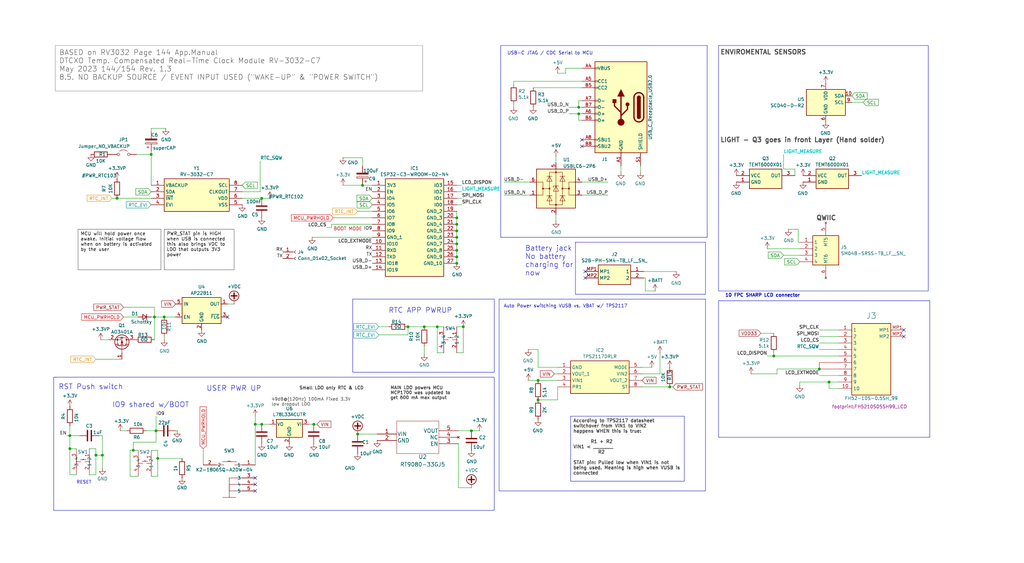
<source format=kicad_sch>
(kicad_sch (version 20231120) (generator "eeschema") (generator_version "8.0")
  (paper "User" 400 220)
  (title_block (title "Ultra low consumption all OFF") (date "2025-03-12") (rev "1.0") (company "FASANI CORP.") (comment 1 "BASED on RV3032 Page 144 App.Manual"))
  (junction (at 261.62 151.13))
  (junction (at 102.235 77.47))
  (junction (at 122.555 165.735))
  (junction (at 165.735 127.635))
  (junction (at 40.005 177.8))
  (junction (at 60.96 168.275))
  (junction (at 323.85 149.225))
  (junction (at 61.595 179.07))
  (junction (at 27.305 170.18))
  (junction (at 141.605 72.39))
  (junction (at 178.435 100.33))
  (junction (at 170.815 127.635))
  (junction (at 52.07 175.895))
  (junction (at 99.695 165.735))
  (junction (at 27.305 175.26))
  (junction (at 302.26 139.065))
  (junction (at 320.04 144.145))
  (junction (at 226.06 41.91))
  (junction (at 37.465 177.8))
  (junction (at 210.185 156.21))
  (junction (at 102.235 165.735))
  (junction (at 178.435 97.79))
  (junction (at 226.06 44.45))
  (junction (at 180.975 127.635))
  (junction (at 178.435 85.09))
  (junction (at 45.72 77.47))
  (junction (at 184.15 168.275))
  (junction (at 178.435 87.63))
  (junction (at 178.435 102.87))
  (junction (at 59.055 60.325))
  (junction (at 178.435 90.17))
  (junction (at 159.385 127.635))
  (junction (at 139.7 169.545))
  (junction (at 64.135 123.825))
  (junction (at 178.435 92.71))
  (junction (at 60.325 123.825))
  (junction (at 210.185 148.59))
  (junction (at 178.435 95.25))
  (no_connect (at 99.695 186.69))
  (no_connect (at 88.9 123.825))
  (no_connect (at 227.33 57.15))
  (no_connect (at 228.6 108.585))
  (no_connect (at 99.695 189.23))
  (no_connect (at 227.33 54.61))
  (no_connect (at 99.695 191.77))
  (no_connect (at 228.6 106.045))
  (no_connect (at 353.06 128.905))
  (no_connect (at 353.06 131.445))
  (wire (pts (xy 210.185 156.21) (xy 217.805 156.21)))
  (wire (pts (xy 178.435 82.55) (xy 178.435 85.09)))
  (wire (pts (xy 323.85 151.765) (xy 323.85 149.225)))
  (wire (pts (xy 320.04 136.525) (xy 327.66 136.525)))
  (wire (pts (xy 222.25 44.45) (xy 226.06 44.45)))
  (wire (pts (xy 37.465 177.8) (xy 37.465 185.42)))
  (wire (pts (xy 252.095 108.585) (xy 251.46 108.585)))
  (wire (pts (xy 227.33 31.75) (xy 200.66 31.75)))
  (wire (pts (xy 53.975 123.825) (xy 48.26 123.825)))
  (wire (pts (xy 178.435 137.795) (xy 180.975 137.795)))
  (wire (pts (xy 196.85 76.2) (xy 207.01 76.2)))
  (wire (pts (xy 53.34 60.325) (xy 59.055 60.325)))
  (wire (pts (xy 123.825 165.735) (xy 122.555 165.735)))
  (wire (pts (xy 37.465 140.335) (xy 47.625 140.335)))
  (wire (pts (xy 101.6 74.93) (xy 94.615 74.93)))
  (wire (pts (xy 210.185 136.525) (xy 210.185 143.51)))
  (wire (pts (xy 257.81 146.05) (xy 250.825 146.05)))
  (polyline (pts (xy 275.59 94.615) (xy 275.59 114.935)))
  (wire (pts (xy 60.96 168.275) (xy 60.96 162.56)))
  (wire (pts (xy 27.305 170.18) (xy 27.305 175.26)))
  (wire (pts (xy 60.325 132.715) (xy 60.325 123.825)))
  (wire (pts (xy 99.695 165.735) (xy 99.695 181.61)))
  (wire (pts (xy 320.04 141.605) (xy 327.66 141.605)) (stroke (width 0) (color 194 0 0 1)))
  (polyline (pts (xy 224.79 94.615) (xy 224.79 114.935)))
  (wire (pts (xy 178.435 90.17) (xy 178.435 92.71)))
  (wire (pts (xy 139.7 169.545) (xy 147.32 169.545)))
  (wire (pts (xy 105.41 77.47) (xy 102.235 77.47)))
  (wire (pts (xy 52.07 172.72) (xy 52.07 175.895)))
  (wire (pts (xy 40.005 177.8) (xy 40.005 182.88)))
  (polyline (pts (xy 276.225 17.78) (xy 276.225 92.71)))
  (wire (pts (xy 178.435 95.25) (xy 178.435 97.79)))
  (wire (pts (xy 237.49 76.2) (xy 227.33 76.2)))
  (wire (pts (xy 141.605 61.595) (xy 141.605 64.77)))
  (wire (pts (xy 206.375 136.525) (xy 210.185 136.525)))
  (wire (pts (xy 147.955 127.635) (xy 151.765 127.635)))
  (wire (pts (xy 307.975 89.535) (xy 311.785 89.535)))
  (wire (pts (xy 327.66 149.225) (xy 323.85 149.225)))
  (wire (pts (xy 251.46 106.045) (xy 264.16 106.045)))
  (wire (pts (xy 69.215 168.275) (xy 68.58 168.275)))
  (wire (pts (xy 254.635 143.51) (xy 250.825 143.51)))
  (polyline (pts (xy 275.59 114.935) (xy 224.79 114.935)))
  (wire (pts (xy 61.595 175.895) (xy 61.595 179.07)))
  (wire (pts (xy 173.355 137.795) (xy 170.815 137.795)))
  (wire (pts (xy 159.385 130.81) (xy 159.385 127.635)))
  (wire (pts (xy 34.925 175.26) (xy 37.465 175.26)))
  (wire (pts (xy 61.595 179.07) (xy 71.12 179.07)))
  (wire (pts (xy 217.17 63.5) (xy 217.17 60.96)))
  (wire (pts (xy 323.85 149.225) (xy 312.42 149.225)))
  (wire (pts (xy 306.07 66.04) (xy 310.515 66.04)))
  (wire (pts (xy 178.435 100.33) (xy 178.435 102.87)))
  (polyline (pts (xy 195.58 17.78) (xy 276.225 17.78)))
  (wire (pts (xy 327.66 151.765) (xy 323.85 151.765)))
  (wire (pts (xy 320.04 146.685) (xy 327.66 146.685)))
  (wire (pts (xy 50.8 186.055) (xy 53.975 186.055)))
  (wire (pts (xy 59.055 123.825) (xy 60.325 123.825)))
  (wire (pts (xy 302.26 137.795) (xy 302.26 139.065)))
  (wire (pts (xy 34.925 185.42) (xy 37.465 185.42)))
  (wire (pts (xy 178.435 72.39) (xy 180.34 72.39)))
  (wire (pts (xy 133.985 72.39) (xy 141.605 72.39)))
  (wire (pts (xy 226.06 39.37) (xy 226.06 41.91)))
  (wire (pts (xy 57.15 168.275) (xy 60.96 168.275)))
  (wire (pts (xy 206.375 148.59) (xy 210.185 148.59)))
  (wire (pts (xy 311.785 94.615) (xy 312.42 94.615)))
  (wire (pts (xy 165.735 127.635) (xy 170.815 127.635)))
  (wire (pts (xy 26.035 170.18) (xy 27.305 170.18)))
  (wire (pts (xy 312.42 149.225) (xy 312.42 150.495)))
  (wire (pts (xy 27.305 175.26) (xy 29.845 175.26)))
  (wire (pts (xy 60.325 120.015) (xy 60.325 123.825)))
  (wire (pts (xy 99.695 162.56) (xy 99.695 165.735)))
  (wire (pts (xy 255.905 113.665) (xy 252.095 113.665)))
  (wire (pts (xy 178.435 85.09) (xy 178.435 87.63)))
  (wire (pts (xy 320.04 128.905) (xy 327.66 128.905)))
  (wire (pts (xy 226.06 41.91) (xy 227.33 41.91)))
  (wire (pts (xy 178.435 87.63) (xy 178.435 90.17)))
  (wire (pts (xy 27.305 175.26) (xy 27.305 185.42)))
  (polyline (pts (xy 195.58 92.71) (xy 195.58 17.78)))
  (wire (pts (xy 37.465 177.8) (xy 40.005 177.8)))
  (wire (pts (xy 27.305 170.18) (xy 31.115 170.18)))
  (wire (pts (xy 299.72 97.155) (xy 312.42 97.155)))
  (wire (pts (xy 226.06 46.99) (xy 226.06 44.45)))
  (wire (pts (xy 208.28 34.29) (xy 227.33 34.29)))
  (wire (pts (xy 297.18 130.175) (xy 302.26 130.175)))
  (wire (pts (xy 52.07 175.895) (xy 50.8 175.895)))
  (wire (pts (xy 141.605 72.39) (xy 145.415 72.39)))
  (wire (pts (xy 60.96 172.72) (xy 52.07 172.72)))
  (wire (pts (xy 165.735 135.255) (xy 165.735 138.43)))
  (wire (pts (xy 178.435 97.79) (xy 178.435 100.33)))
  (wire (pts (xy 91.44 118.745) (xy 88.9 118.745)))
  (wire (pts (xy 200.66 41.91) (xy 200.66 40.64)))
  (wire (pts (xy 39.37 132.715) (xy 42.545 132.715)))
  (wire (pts (xy 129.54 88.9) (xy 129.54 87.63)))
  (wire (pts (xy 320.04 144.145) (xy 327.66 144.145)) (stroke (width 0) (color 194 0 0 1)))
  (wire (pts (xy 320.04 131.445) (xy 327.66 131.445)))
  (wire (pts (xy 101.6 62.865) (xy 101.6 74.93)))
  (wire (pts (xy 257.81 137.795) (xy 257.81 146.05)))
  (wire (pts (xy 133.985 61.595) (xy 141.605 61.595)))
  (wire (pts (xy 261.62 151.13) (xy 250.825 151.13)))
  (wire (pts (xy 220.98 26.67) (xy 227.33 26.67)))
  (wire (pts (xy 242.57 64.77) (xy 242.57 67.31)))
  (wire (pts (xy 61.595 179.07) (xy 61.595 186.055)))
  (wire (pts (xy 217.17 83.82) (xy 217.17 86.36)))
  (wire (pts (xy 196.85 71.12) (xy 207.01 71.12)))
  (wire (pts (xy 159.385 127.635) (xy 165.735 127.635)))
  (wire (pts (xy 210.185 148.59) (xy 217.805 148.59)))
  (wire (pts (xy 27.305 166.37) (xy 27.305 170.18)))
  (wire (pts (xy 139.7 82.55) (xy 145.415 82.55)))
  (wire (pts (xy 27.305 185.42) (xy 29.845 185.42)))
  (wire (pts (xy 217.805 151.13) (xy 217.805 156.21)))
  (wire (pts (xy 79.375 175.26) (xy 79.375 181.61)))
  (polyline (pts (xy 224.79 94.615) (xy 275.59 94.615)))
  (wire (pts (xy 220.98 28.575) (xy 220.98 26.67)))
  (wire (pts (xy 64.135 132.715) (xy 64.135 131.445)))
  (wire (pts (xy 102.235 77.47) (xy 94.615 77.47)))
  (wire (pts (xy 60.325 123.825) (xy 64.135 123.825)))
  (wire (pts (xy 302.26 139.065) (xy 327.66 139.065)))
  (wire (pts (xy 59.055 60.325) (xy 59.055 72.39)))
  (wire (pts (xy 320.04 144.145) (xy 320.04 141.605)) (stroke (width 0) (color 194 0 0 1)))
  (wire (pts (xy 303.53 146.05) (xy 303.53 144.145)))
  (wire (pts (xy 306.07 99.695) (xy 312.42 99.695)))
  (wire (pts (xy 303.53 144.145) (xy 320.04 144.145)))
  (wire (pts (xy 250.19 64.77) (xy 250.19 67.31)))
  (wire (pts (xy 45.72 77.47) (xy 59.055 77.47)))
  (polyline (pts (xy 195.58 92.71) (xy 276.225 92.71)))
  (wire (pts (xy 184.15 168.275) (xy 187.325 168.275)))
  (wire (pts (xy 262.89 151.13) (xy 261.62 151.13)))
  (wire (pts (xy 178.435 74.93) (xy 180.34 74.93)))
  (wire (pts (xy 320.04 133.985) (xy 327.66 133.985)))
  (wire (pts (xy 127.635 88.9) (xy 129.54 88.9)))
  (wire (pts (xy 59.055 175.895) (xy 61.595 175.895)))
  (wire (pts (xy 130.175 85.09) (xy 145.415 85.09)))
  (wire (pts (xy 306.07 60.325) (xy 306.07 66.04)))
  (wire (pts (xy 216.535 146.05) (xy 217.805 146.05)))
  (wire (pts (xy 59.055 186.055) (xy 61.595 186.055)))
  (wire (pts (xy 59.055 60.325) (xy 59.055 59.055)))
  (wire (pts (xy 217.805 28.575) (xy 220.98 28.575)))
  (wire (pts (xy 227.33 46.99) (xy 226.06 46.99)))
  (wire (pts (xy 222.25 41.91) (xy 226.06 41.91)))
  (wire (pts (xy 180.34 80.01) (xy 178.435 80.01)))
  (wire (pts (xy 293.37 146.05) (xy 303.53 146.05)))
  (wire (pts (xy 237.49 71.12) (xy 227.33 71.12)))
  (wire (pts (xy 40.005 170.18) (xy 40.005 177.8)))
  (wire (pts (xy 129.54 87.63) (xy 145.415 87.63)))
  (wire (pts (xy 102.235 165.735) (xy 105.41 165.735)))
  (wire (pts (xy 227.33 39.37) (xy 226.06 39.37)))
  (wire (pts (xy 46.99 168.275) (xy 49.53 168.275)))
  (wire (pts (xy 170.815 137.795) (xy 170.815 127.635)))
  (wire (pts (xy 226.06 44.45) (xy 227.33 44.45)))
  (wire (pts (xy 64.135 123.825) (xy 68.58 123.825)))
  (wire (pts (xy 99.695 165.735) (xy 102.235 165.735)))
  (wire (pts (xy 64.77 50.165) (xy 59.055 50.165)))
  (wire (pts (xy 121.92 92.71) (xy 145.415 92.71)))
  (wire (pts (xy 310.515 66.04) (xy 310.515 68.58)))
  (wire (pts (xy 60.96 168.275) (xy 60.96 172.72)))
  (wire (pts (xy 40.005 170.18) (xy 38.735 170.18)))
  (wire (pts (xy 179.07 190.5) (xy 179.07 173.355)))
  (wire (pts (xy 178.435 92.71) (xy 178.435 95.25)))
  (wire (pts (xy 299.72 139.065) (xy 302.26 139.065)))
  (wire (pts (xy 180.975 137.795) (xy 180.975 127.635)))
  (wire (pts (xy 210.185 143.51) (xy 217.805 143.51)))
  (wire (pts (xy 50.8 175.895) (xy 50.8 186.055)))
  (wire (pts (xy 37.465 175.26) (xy 37.465 177.8)))
  (wire (pts (xy 147.955 130.81) (xy 159.385 130.81)))
  (wire (pts (xy 200.66 31.75) (xy 200.66 33.02)))
  (wire (pts (xy 178.435 77.47) (xy 180.34 77.47)))
  (wire (pts (xy 122.555 165.735) (xy 120.65 165.735)))
  (wire (pts (xy 178.435 127.635) (xy 180.975 127.635)))
  (wire (pts (xy 184.15 190.5) (xy 179.07 190.5)))
  (wire (pts (xy 252.095 113.665) (xy 252.095 108.585)))
  (wire (pts (xy 311.785 89.535) (xy 311.785 94.615)))
  (wire (pts (xy 179.07 168.275) (xy 184.15 168.275)))
  (wire (pts (xy 48.26 120.015) (xy 60.325 120.015)))
  (wire (pts (xy 59.055 50.165) (xy 59.055 51.435)))
  (wire (pts (xy 170.815 127.635) (xy 173.355 127.635)))
  (wire (pts (xy 337.185 40.005) (xy 332.74 40.005)))
  (wire (pts (xy 53.975 175.895) (xy 52.07 175.895)))
  (wire (pts (xy 43.815 77.47) (xy 45.72 77.47)))
  (rectangle (start 20.955 147.32) (end 193.04 199.39))
  (rectangle (start 280.67 17.78) (end 362.585 113.665))
  (rectangle (start 137.795 116.84) (end 193.04 145.415))
  (rectangle (start 280.67 117.475) (end 363.22 170.815))
  (rectangle (start 194.945 116.84) (end 275.59 191.77))
  (text_box "MCU will hold power once awake. Initial voltage flow when on battery is activated by the user" (at 30.48 89.535 0) (size 32.385 15.875) (stroke (width 0) (color 72 72 72 1)) (effects (font (size 1.27 1.27)) (justify left top)))
  (text_box "BASED on RV3032 Page 144 App.Manual\nDTCXO Temp. Compensated Real-Time Clock Module RV-3032-C7\nMay 2023 144/154 Rev. 1.3\n8.5. NO BACKUP SOURCE / EVENT INPUT USED (\"WAKE-UP\" & \"POWER SWITCH\")" (at 21.59 17.78 0) (size 143.51 17.78) (stroke (width 0) (color 132 132 132 1)) (effects (font (size 2 2)) (justify left top)))
  (text_box "PWR_STAT pin is HIGH when USB is connected\nthis also brings VDC to LDO that outputs 3V3 power" (at 64.135 89.535 0) (size 27.305 15.875) (stroke (width 0) (color 72 72 72 1)) (effects (font (size 1.27 1.27)) (justify left top)))
  (text_box "According to TPS2117 datasheet\nswitchover from VIN1 to VIN2\nhappens WHEN this is true:\n\n       R1 + R2\nVIN1 < ________ \n          R2\n\nSTAT pin: Pulled low when VIN1 is not being used. Meaning is high when VUSB is connected" (at 222.885 162.56 0) (size 44.45 25.4) (effects (font (size 1.27 1.27) (thickness 0.254) (bold yes)) (justify left top)))
  (text "ENVIROMENTAL SENSORS" (at 281.305 21.59 0) (effects (font (size 1.8 1.8) (thickness 0.36) (bold yes)) (justify left bottom)))
  (text "IO9 shared w/BOOT" (at 43.815 159.385 0) (effects (font (size 2 2)) (justify left bottom)))
  (text "USER PWR UP" (at 80.645 153.035 0) (effects (font (size 2 2)) (justify left bottom)))
  (text "USB-C JTAG / CDC Serial to MCU" (at 198.12 21.59 0) (effects (font (size 1.27 1.27)) (justify left bottom)))
  (text "RST Push switch" (at 22.86 152.4 0) (effects (font (size 2 2)) (justify left bottom)))
  (text "RESET" (at 29.845 189.23 0) (effects (font (size 1.27 1.27)) (justify left bottom)))
  (text "RTC APP PWRUP" (at 151.765 122.555 0) (effects (font (size 2 2)) (justify left bottom)))
  (text "Small LDO only RTC & LCD" (at 116.84 152.4 0) (effects (font (size 1.2 1.2) (thickness 0.24) (bold yes)) (justify left bottom)))
  (text "49dB@(120Hz) 100mA Fixed 3.3V\nlow dropout LDO" (at 106.045 158.75 0) (effects (font (size 1.2 1.2)) (justify left bottom)))
  (text "Auto Power switching VUSB vs. VBAT w/ TPS2117" (at 196.723 120.396 0) (effects (font (size 1.27 1.27)) (justify left bottom)))
  (text "Battery jack\nNo battery\ncharging for\nnow" (at 205.105 107.95 0) (effects (font (size 2 2)) (justify left bottom)))
  (text "LIGHT - Q3 goes in front Layer (Hand solder)" (at 281.305 55.88 0) (effects (font (size 1.8 1.8) (thickness 0.36) (bold yes)) (justify left bottom)))
  (text "QWIIC" (at 318.77 86.36 0) (effects (font (size 1.8 1.8) (thickness 0.36) (bold yes)) (justify left bottom)))
  (text "BOOT MODE" (at 135.89 89.535 0) (effects (font (size 1.27 1.27))))
  (text "10 FPC SHARP LCD connector" (at 283.21 116.205 0) (effects (font (size 1.27 1.27) (thickness 0.254) (bold yes)) (justify left bottom)))
  (text "MAIN LDO powers MCU\nMCP1700 was updated to\nget 600 mA max output" (at 152.4 156.21 0) (effects (font (size 1.2 1.2) (thickness 0.24) (bold yes)) (justify left bottom)))
  (label "LCD_CS" (at 320.04 133.985 180) (effects (font (thickness 0.254) (bold yes))))
  (label "SPI_MOSI" (at 320.04 131.445 180) (effects (font (thickness 0.254) (bold yes))))
  (label "IO9" (at 60.96 162.56 0))
  (label "RX" (at 145.415 97.79 180))
  (label "LCD_DISPON" (at 299.72 139.065 180) (effects (font (thickness 0.254) (bold yes))))
  (label "USB_D_P" (at 222.25 44.45 180))
  (label "LCD_CS" (at 127.635 88.9 180) (effects (font (thickness 0.254) (bold yes))))
  (label "EN" (at 26.035 170.18 180))
  (label "SPI_CLK" (at 180.34 80.01 0) (effects (font (thickness 0.254) (bold yes))))
  (label "USB_D_N" (at 196.85 76.2 0))
  (label "USB_D+" (at 237.49 71.12 180))
  (label "LCD_DISPON" (at 180.34 72.39 0) (effects (font (thickness 0.254) (bold yes))))
  (label "LCD_EXTMODE" (at 145.415 95.25 180) (effects (font (thickness 0.254) (bold yes))))
  (label "EN" (at 145.415 74.93 180))
  (label "LIGHT_MEASURE" (at 306.07 60.325 0) (effects (font (thickness 0.254) (bold yes))))
  (label "SPI_MOSI" (at 180.34 77.47 0) (effects (font (thickness 0.254) (bold yes))))
  (label "USB_D_N" (at 222.25 41.91 180))
  (label "USB_D+" (at 145.415 105.41 180))
  (label "TX" (at 145.415 100.33 180))
  (label "USB_D_P" (at 237.49 76.2 180))
  (label "RX" (at 110.49 98.425 180))
  (label "LIGHT_MEASURE" (at 180.34 74.93 0) (effects (font (thickness 0.254) (bold yes))))
  (label "IO9" (at 145.415 90.17 180))
  (label "RTC_SQW" (at 101.6 62.865 0) (effects (font (thickness 0.254) (bold yes))))
  (label "LIGHT_MEASURE" (at 336.55 68.58 0) (effects (font (thickness 0.254) (bold yes))))
  (label "LCD_EXTMODE" (at 320.04 146.685 180) (effects (font (thickness 0.254) (bold yes))))
  (label "USB_D-" (at 145.415 102.87 180))
  (label "TX" (at 110.49 100.965 180))
  (label "SPI_CLK" (at 320.04 128.905 180) (effects (font (thickness 0.254) (bold yes))))
  (label "USB_D-" (at 196.85 71.12 0))
  (label "RTC_SQW" (at 320.04 136.525 180) (effects (font (thickness 0.254) (bold yes))))
  (global_label "SCL" (shape input) (at 145.415 80.01 180) (property "Intersheetrefs" "${INTERSHEET_REFS}" (effects (hide yes))))
  (global_label "VIN" (shape input) (at 123.825 165.735 0) (property "Intersheetrefs" "${INTERSHEET_REFS}" (effects (hide yes))) (property "Referenzen zwischen Schaltplänen" "${INTERSHEET_REFS}" (effects (hide yes))))
  (global_label "SCL" (shape input) (at 312.42 102.235 180) (property "Intersheetrefs" "${INTERSHEET_REFS}" (effects (hide yes))))
  (global_label "RTC_INT" (shape input) (at 139.7 82.55 180) (property "Intersheetrefs" "${INTERSHEET_REFS}" (effects (hide yes))))
  (global_label "RTC_EVI" (shape input) (at 59.055 80.01 180) (property "Intersheetrefs" "${INTERSHEET_REFS}" (effects (hide yes))))
  (global_label "SDA" (shape input) (at 332.74 37.465 0) (property "Intersheetrefs" "${INTERSHEET_REFS}" (effects (hide yes))))
  (global_label "RTC_EVI" (shape input) (at 147.955 130.81 180) (property "Intersheetrefs" "${INTERSHEET_REFS}" (effects (hide yes))))
  (global_label "SDA" (shape input) (at 145.415 77.47 180) (property "Intersheetrefs" "${INTERSHEET_REFS}" (effects (hide yes))))
  (global_label "VIN" (shape input) (at 68.58 118.745 180) (property "Intersheetrefs" "${INTERSHEET_REFS}" (effects (hide yes))) (property "Referenzen zwischen Schaltplänen" "${INTERSHEET_REFS}" (effects (hide yes))))
  (global_label "VIN" (shape input) (at 250.825 148.59 0) (property "Intersheetrefs" "${INTERSHEET_REFS}" (effects (hide yes))) (property "Referenzen zwischen Schaltplänen" "${INTERSHEET_REFS}" (effects (hide yes))))
  (global_label "SCL" (shape input) (at 337.185 40.005 0) (property "Intersheetrefs" "${INTERSHEET_REFS}" (effects (hide yes))))
  (global_label "MCU_PWRHOLD" (shape input) (at 48.26 123.825 180) (property "Intersheetrefs" "${INTERSHEET_REFS}" (effects (hide yes))))
  (global_label "SDA" (shape input) (at 306.07 99.695 180) (property "Intersheetrefs" "${INTERSHEET_REFS}" (effects (hide yes))))
  (global_label "MCU_PWRHOLD" (shape input) (at 79.375 175.26 90) (property "Intersheetrefs" "${INTERSHEET_REFS}" (effects (hide yes))))
  (global_label "RTC_EVI" (shape input) (at 147.955 127.635 180) (property "Intersheetrefs" "${INTERSHEET_REFS}" (effects (hide yes))))
  (global_label "MCU_PWRHOLD" (shape input) (at 130.175 85.09 180) (property "Intersheetrefs" "${INTERSHEET_REFS}" (effects (hide yes))))
  (global_label "VIN" (shape input) (at 216.535 146.05 180) (property "Intersheetrefs" "${INTERSHEET_REFS}" (effects (hide yes))) (property "Referenzen zwischen Schaltplänen" "${INTERSHEET_REFS}" (effects (hide yes))))
  (global_label "RTC_INT" (shape input) (at 37.465 140.335 180) (property "Intersheetrefs" "${INTERSHEET_REFS}" (effects (hide yes))))
  (global_label "RTC_INT" (shape input) (at 43.815 77.47 180) (property "Intersheetrefs" "${INTERSHEET_REFS}" (effects (hide yes))))
  (global_label "PWR_STAT" (shape input) (at 48.26 120.015 180) (property "Intersheetrefs" "${INTERSHEET_REFS}" (effects (hide yes))) (property "Referenzen zwischen Schaltplänen" "${INTERSHEET_REFS}" (effects (hide yes))))
  (global_label "SDA" (shape input) (at 59.055 74.93 180) (property "Intersheetrefs" "${INTERSHEET_REFS}" (effects (hide yes))))
  (global_label "SCL" (shape input) (at 94.615 72.39 0) (property "Intersheetrefs" "${INTERSHEET_REFS}" (effects (hide yes))))
  (global_label "PWR_STAT" (shape input) (at 262.89 151.13 0) (property "Intersheetrefs" "${INTERSHEET_REFS}" (effects (hide yes))) (property "Referenzen zwischen Schaltplänen" "${INTERSHEET_REFS}" (effects (hide yes))))
  (global_label "VDD33" (shape input) (at 297.18 130.175 180) (property "Intersheetrefs" "${INTERSHEET_REFS}" (effects (hide yes))) (property "Referenzen zwischen Schaltplänen" "${INTERSHEET_REFS}" (effects (hide yes))))
  (symbol (lib_id "Device:C_Polarized") (at 141.605 68.58 180) (unit 1)
    (property "Reference" "C9" (at 146.685 69.85 0) (effects (justify left)))
    (property "Value" "100uF" (at 147.955 66.675 0) (effects (justify left)))
    (property "Footprint" "Capacitor_Tantalum_SMD:CP_EIA-3528-15_AVX-H" (effects (hide yes)))
    (property "Description" "Polarized capacitor" (effects (hide yes)))
    (property "LCSC" " C16133" (effects (hide yes)))
  )
  (symbol (lib_id "Device:R") (at 39.37 60.325 270) (unit 1)
    (property "Reference" "R1" (at 40.005 60.325 90))
    (property "Value" "10K" (at 39.37 62.865 90))
    (property "Footprint" "Resistor_SMD:R_0603_1608Metric" (effects (hide yes)))
    (property "Datasheet" "https://jlcpcb.com/partdetail/26547-0603WAF1002T5E/C25804" (effects (hide yes)))
    (property "LCSC" "C25804" (effects (hide yes)))
  )
  (symbol (lib_id "power:GND") (at 313.69 71.12 0) (mirror y) (unit 1)
    (property "Reference" "#PWR45" (effects (hide yes)))
    (property "Value" "GND" (at 313.563 75.5142 0))
  )
  (symbol (lib_id "power:GND") (at 210.185 163.83 0) (mirror y) (unit 1)
    (property "Reference" "#PWR32" (effects (hide yes)))
    (property "Value" "GND" (at 210.058 168.2242 0))
  )
  (symbol (lib_id "power:+3.3VP") (at 39.37 132.715 0) (unit 1)
    (property "Reference" "#PWR_RTC1" (effects (hide yes)))
    (property "Value" "+3.3VP" (at 39.37 128.5819 0))
    (property "Description" "Power symbol creates a global label with name \"+3.3VP\"" (effects (hide yes)))
  )
  (symbol (lib_id "power:+3.3V") (at 322.58 32.385 0) (unit 1)
    (property "Reference" "#PWR23" (effects (hide yes)))
    (property "Value" "+3.3V" (at 322.58 28.2519 0))
    (property "Description" "Power symbol creates a global label with name \"+3.3V\"" (effects (hide yes)))
  )
  (symbol (lib_id "power:+3.3VP") (at 293.37 146.05 0) (unit 1)
    (property "Reference" "#PWR_RTC105" (effects (hide yes)))
    (property "Value" "+3.3VP" (at 293.37 141.9169 0))
    (property "Description" "Power symbol creates a global label with name \"+3.3VP\"" (effects (hide yes)))
  )
  (symbol (lib_id "power:+VDC") (at 139.7 169.545 0) (unit 1)
    (property "Reference" "#PWR11" (effects (hide yes)))
    (property "Value" "+VDC" (at 139.7 162.7449 0))
    (property "Description" "Power symbol creates a global label with name \"+VDC\"" (effects (hide yes)))
  )
  (symbol (lib_id "power:GND") (at 64.135 132.715 0) (unit 1)
    (property "Reference" "#PWR43" (effects (hide yes)))
    (property "Value" "GND" (at 64.262 137.1092 0))
  )
  (symbol (lib_id "power:+3.3V") (at 187.325 168.275 0) (unit 1)
    (property "Reference" "#PWR10" (effects (hide yes)))
    (property "Value" "+3.3V" (at 187.325 164.1419 0))
    (property "Description" "Power symbol creates a global label with name \"+3.3V\"" (effects (hide yes)))
  )
  (symbol (lib_id "power:+VDC") (at 91.44 118.745 0) (unit 1)
    (property "Reference" "#PWR26" (effects (hide yes)))
    (property "Value" "+VDC" (at 91.44 111.9449 0))
    (property "Description" "Power symbol creates a global label with name \"+VDC\"" (effects (hide yes)))
  )
  (symbol (lib_id "SENSOR_LIGHT:TEMT6000X01") (at 313.69 68.58 0) (unit 1)
    (property "Reference" "Q2" (at 325.12 61.8955 0))
    (property "Value" "TEMT6000X01" (at 325.12 64.3198 0))
    (property "Footprint" "enviromental:TEMT6000X01" (effects (hide yes)))
    (property "Datasheet" "https://www.vishay.com/docs/81579/temt6000.pdf" (effects (hide yes)))
    (property "Description" "Ambient Light Sensor 570nm SMD3 Vishay TEMT6000X01 +/-60  Visible Light Phototransistor, Surface Mount 3-Pin 1206 package" (effects (hide yes)))
    (property "LCSC" "C94098" (effects (hide yes)))
  )
  (symbol (lib_id "power:+3.3V") (at 287.655 68.58 0) (unit 1)
    (property "Reference" "#PWR47" (effects (hide yes)))
    (property "Value" "+3.3V" (at 287.655 64.4469 0))
    (property "Description" "Power symbol creates a global label with name \"+3.3V\"" (effects (hide yes)))
  )
  (symbol (lib_id "Device:C_Polarized") (at 59.055 55.245 0) (mirror x) (unit 1) (in_bom no)
    (property "Reference" "C6" (at 59.055 52.705 0) (effects (justify left)))
    (property "Value" "superCAP" (at 59.69 57.785 0) (effects (justify left)))
    (property "Footprint" "footprint:C9900013866_SUPERCAP-TH_XH414HG" (effects (hide yes)))
    (property "Datasheet" "https://datasheet.lcsc.com/lcsc/2004141707_KEMET-T491X477K010AT_C513339.pdf" (effects (hide yes)))
    (property "LCSC" "C9900013866" (effects (hide yes)))
  )
  (symbol (lib_id "power:GND") (at 102.235 173.355 0) (unit 1)
    (property "Reference" "#PWR38" (effects (hide yes)))
    (property "Value" "GND" (at 102.362 177.7492 0))
  )
  (symbol (lib_id "Device:R") (at 45.72 73.66 180) (unit 1)
    (property "Reference" "R7" (at 40.64 73.66 90))
    (property "Value" "10K" (at 43.18 73.66 90))
    (property "Footprint" "Resistor_SMD:R_0603_1608Metric" (effects (hide yes)))
    (property "Datasheet" "https://jlcpcb.com/partdetail/26547-0603WAF1002T5E/C25804" (effects (hide yes)))
    (property "LCSC" "C25804" (effects (hide yes)))
  )
  (symbol (lib_id "BUTTON:TC-0522C-1.7-160G") (at 56.515 180.975 270) (unit 1)
    (property "Reference" "SW2" (at 56.515 176.53 90))
    (property "Value" "TC-0522C-1.7-160G" (effects (hide yes)))
    (property "Footprint" "footprint:C2845289_SW-SMD_4P-L5.2-W5.2-P3.70-LS6.4" (effects (hide yes)))
    (property "LCSC Part" "C2845289" (effects (hide yes)))
  )
  (symbol (lib_id "Device:R") (at 155.575 127.635 90) (unit 1)
    (property "Reference" "R14" (at 156.845 125.73 90) (effects (justify left)))
    (property "Value" "0Ω" (at 156.845 127.635 90) (effects (justify left)))
    (property "Footprint" "Resistor_SMD:R_0603_1608Metric" (effects (hide yes)))
    (property "LCSC" "C21189" (effects (hide yes)))
  )
  (symbol (lib_id "power:+VDC") (at 184.15 190.5 0) (unit 1)
    (property "Reference" "#PWR49" (effects (hide yes)))
    (property "Value" "+VDC" (at 184.15 183.6999 0))
    (property "Description" "Power symbol creates a global label with name \"+VDC\"" (effects (hide yes)))
  )
  (symbol (lib_id "power:+BATT") (at 255.905 113.665 0) (unit 1)
    (property "Reference" "#PWR28" (effects (hide yes)))
    (property "Value" "+BATT" (at 255.905 109.5319 0))
    (property "Description" "Power symbol creates a global label with name \"+BATT\"" (effects (hide yes)))
  )
  (symbol (lib_id "power:+3.3VP") (at 45.72 69.85 0) (unit 1)
    (property "Reference" "#PWR_RTC103" (at 38.735 68.58 0))
    (property "Value" "+3.3VP" (at 45.72 65.7169 0))
    (property "Description" "Power symbol creates a global label with name \"+3.3VP\"" (effects (hide yes)))
  )
  (symbol (lib_id "power:GND") (at 264.16 106.045 0) (unit 1)
    (property "Reference" "#PWR36" (effects (hide yes)))
    (property "Value" "GND" (at 264.16 110.6075 0))
  )
  (symbol (lib_id "power:GND") (at 206.375 136.525 0) (mirror y) (unit 1)
    (property "Reference" "#PWR31" (effects (hide yes)))
    (property "Value" "GND" (at 206.248 140.9192 0))
  )
  (symbol (lib_id "power:+BATT") (at 257.81 137.795 0) (unit 1)
    (property "Reference" "#PWR33" (effects (hide yes)))
    (property "Value" "+BATT" (at 257.81 133.6619 0))
    (property "Description" "Power symbol creates a global label with name \"+BATT\"" (effects (hide yes)))
  )
  (symbol (lib_id "Device:R") (at 210.185 152.4 180) (unit 1)
    (property "Reference" "R8" (at 207.645 151.13 90) (effects (justify left)))
    (property "Value" "5.1k" (at 212.725 151.13 90) (effects (justify left)))
    (property "Footprint" "Resistor_SMD:R_0603_1608Metric" (effects (hide yes)))
    (property "LCSC" "C23186" (effects (hide yes)))
  )
  (symbol (lib_id "side-button:K2-1806SQ-A2DW-04") (at 89.535 186.69 0) (mirror y) (unit 1)
    (property "Reference" "SW3" (at 89.535 176.0725 0))
    (property "Value" "K2-1806SQ-A2DW-04" (at 87.63 183.515 0))
    (property "Footprint" "enviromental:C5143621_KEY-SMD_TS24ZJ" (effects (hide yes)))
    (property "LCSC Part" "C19100323" (effects (hide yes)))
  )
  (symbol (lib_id "epaper-breakout-rescue:MCP1700-3302E_SOT23-Regulator_Linear") (at 113.03 165.735 0) (mirror y) (unit 1)
    (property "Reference" "U6" (at 113.03 159.5882 0))
    (property "Value" "L78L33ACUTR" (at 113.03 161.8996 0))
    (property "Footprint" "Package_TO_SOT_SMD:SOT-89-3" (effects (hide yes)))
    (property "Datasheet" "https://jlcpcb.com/partdetail/Stmicroelectronics-L78L33ACUTR/C14170" (effects (hide yes)))
    (property "LCSC" "C14170" (effects (hide yes)))
  )
  (symbol (lib_id "power:GND") (at 312.42 150.495 0) (unit 1)
    (property "Reference" "#PWR41" (effects (hide yes)))
    (property "Value" "GND" (at 312.42 154.9384 0))
  )
  (symbol (lib_id "Power_Protection:USBLC6-2P6") (at 217.17 73.66 0) (unit 1)
    (property "Reference" "U1" (at 219.9387 62.3402 0) (effects (justify left)))
    (property "Value" "USBLC6-2P6" (at 219.9387 64.8771 0) (effects (justify left)))
    (property "Footprint" "Package_TO_SOT_SMD:SOT-666" (effects (hide yes)))
    (property "Datasheet" "https://www.st.com/resource/en/datasheet/usblc6-2.pdf" (effects (hide yes)))
    (property "LCSC" "C2827693" (effects (hide yes)))
  )
  (symbol (lib_id "Device:R") (at 71.12 182.88 0) (unit 1)
    (property "Reference" "R5" (at 73.66 184.15 90) (effects (justify left)))
    (property "Value" "1k" (at 68.58 184.15 90) (effects (justify left)))
    (property "Footprint" "Resistor_SMD:R_0603_1608Metric" (effects (hide yes)))
    (property "LCSC" "C21190" (effects (hide yes)))
  )
  (symbol (lib_id "power:GND") (at 307.975 89.535 0) (unit 1)
    (property "Reference" "#PWR27" (effects (hide yes)))
    (property "Value" "GND" (at 308.102 93.9292 0))
  )
  (symbol (lib_id "power:GND") (at 64.77 50.165 0) (unit 1)
    (property "Reference" "#PWR29" (effects (hide yes)))
    (property "Value" "GND" (at 64.897 54.5592 0))
  )
  (symbol (lib_id "power:GND") (at 139.7 177.165 0) (unit 1)
    (property "Reference" "#PWR4" (effects (hide yes)))
    (property "Value" "GND" (at 136.652 182.8292 0))
  )
  (symbol (lib_id "Device:R") (at 210.185 160.02 180) (unit 1)
    (property "Reference" "R9" (at 207.645 158.75 90) (effects (justify left)))
    (property "Value" "2K" (at 212.725 158.75 90) (effects (justify left)))
    (property "Footprint" "Resistor_SMD:R_0603_1608Metric" (effects (hide yes)))
    (property "Description" "voltage divider" (effects (hide yes)))
    (property "LCSC" "C22975" (effects (hide yes)))
  )
  (symbol (lib_id "QWIIC:SM04B-SRSS-TB_LF__SN_") (at 312.42 94.615 0) (unit 1)
    (property "Reference" "J5" (at 328.422 96.5779 0) (effects (justify left)))
    (property "Value" "SM04B-SRSS-TB_LF__SN_" (at 328.422 99.0021 0) (effects (justify left)))
    (property "Footprint" "enviromental:QWIIC_SM04B-SRSS-TB_LFSN_" (effects (hide yes)))
    (property "Datasheet" "http://www.jst-mfg.com/product/pdf/eng/eSH.pdf" (effects (hide yes)))
    (property "Manufacturer_Name" "JST (JAPAN SOLDERLESS TERMINALS)" (effects (hide yes)))
    (property "Manufacturer_Part_Number" "SM04B-SRSS-TB(LF)(SN)" (effects (hide yes)))
    (property "Arrow Part Number" "SM04B-SRSS-TB(LF)(SN)" (effects (hide yes)))
    (property "Arrow Price/Stock" "https://www.arrow.com/en/products/sm04b-srss-tb-lf-sn/jst-manufacturing?region=europe" (effects (hide yes)))
    (property "LCSC" "C160404" (effects (hide yes)))
  )
  (symbol (lib_id "power:+3.3VP") (at 99.695 162.56 0) (unit 1)
    (property "Reference" "#PWR_RTC101" (effects (hide yes)))
    (property "Value" "+3.3VP" (at 99.695 158.4269 0))
    (property "Description" "Power symbol creates a global label with name \"+3.3VP\"" (effects (hide yes)))
  )
  (symbol (lib_id "power:GND") (at 287.655 71.12 0) (mirror y) (unit 1)
    (property "Reference" "#PWR48" (effects (hide yes)))
    (property "Value" "GND" (at 287.528 75.5142 0))
  )
  (symbol (lib_id "power:+3.3V") (at 46.99 168.275 0) (unit 1)
    (property "Reference" "#PWR19" (effects (hide yes)))
    (property "Value" "+3.3V" (at 44.45 164.465 0) (effects (justify left)))
    (property "Description" "Power symbol creates a global label with name \"+3.3V\"" (effects (hide yes)))
  )
  (symbol (lib_id "SENSOR_LIGHT:TEMT6000X01") (at 287.655 68.58 0) (unit 1)
    (property "Reference" "Q3" (at 299.085 61.8955 0))
    (property "Value" "TEMT6000X01" (at 299.085 64.3198 0))
    (property "Footprint" "enviromental:TEMT6000X01" (effects (hide yes)))
    (property "Datasheet" "https://www.vishay.com/docs/81579/temt6000.pdf" (effects (hide yes)))
    (property "Description" "Ambient Light Sensor 570nm SMD3 Vishay TEMT6000X01 +/-60  Visible Light Phototransistor, Surface Mount 3-Pin 1206 package" (effects (hide yes)))
    (property "LCSC" "C94098" (effects (hide yes)))
  )
  (symbol (lib_id "power:+3.3V") (at 299.72 97.155 0) (unit 1)
    (property "Reference" "#PWR30" (effects (hide yes)))
    (property "Value" "+3.3V" (at 299.72 93.0219 0))
    (property "Description" "Power symbol creates a global label with name \"+3.3V\"" (effects (hide yes)))
  )
  (symbol (lib_id "power:GND") (at 250.19 67.31 0) (mirror y) (unit 1)
    (property "Reference" "#PWR9" (effects (hide yes)))
    (property "Value" "GND" (at 250.063 71.7042 0))
  )
  (symbol (lib_id "power:+5V") (at 217.805 28.575 0) (unit 1)
    (property "Reference" "#PWR12" (effects (hide yes)))
    (property "Value" "+5V" (at 217.805 24.4419 0))
    (property "Description" "Power symbol creates a global label with name \"+5V\"" (effects (hide yes)))
  )
  (symbol (lib_id "Device:R") (at 302.26 133.985 0) (mirror y) (unit 1)
    (property "Reference" "R12" (at 300.482 132.8166 0) (effects (justify left)))
    (property "Value" "5.1k" (at 300.482 135.128 0) (effects (justify left)))
    (property "Footprint" "Resistor_SMD:R_0603_1608Metric" (effects (hide yes)))
    (property "LCSC" "C23186" (effects (hide yes)))
  )
  (symbol (lib_id "Device:C") (at 184.15 172.085 180) (unit 1)
    (property "Reference" "C2" (at 187.071 170.9166 0) (effects (justify right)))
    (property "Value" "10uF" (at 184.785 174.625 0) (effects (justify right)))
    (property "Footprint" "Capacitor_SMD:C_0805_2012Metric" (effects (hide yes)))
    (property "LCSC" "C15850" (effects (hide yes)))
  )
  (symbol (lib_id "power:+5V") (at 254.635 143.51 0) (unit 1)
    (property "Reference" "#PWR34" (effects (hide yes)))
    (property "Value" "+5V" (at 254.635 139.3769 0))
    (property "Description" "Power symbol creates a global label with name \"+5V\"" (effects (hide yes)))
  )
  (symbol (lib_id "power:GND") (at 165.735 138.43 0) (unit 1)
    (property "Reference" "#PWR40" (effects (hide yes)))
    (property "Value" "GND" (at 165.735 142.5631 0))
    (property "Description" "Power symbol creates a global label with name \"GND\" , ground" (effects (hide yes)))
  )
  (symbol (lib_id "Transistor_FET:AO3401A") (at 47.625 135.255 270) (mirror x) (unit 1)
    (property "Reference" "Q1" (at 47.625 127.1102 90))
    (property "Value" "AO3401A" (at 47.625 129.6471 90))
    (property "Footprint" "Package_TO_SOT_SMD:SOT-23" (effects (hide yes)))
    (property "Datasheet" "http://www.aosmd.com/pdfs/datasheet/AO3401A.pdf" (effects (hide yes)))
    (property "LCSC" "C15127" (effects (hide yes)))
  )
  (symbol (lib_id "Device:R") (at 27.305 162.56 180) (unit 1)
    (property "Reference" "R4" (at 24.765 161.29 90) (effects (justify left)))
    (property "Value" "10k" (at 29.845 161.29 90) (effects (justify left)))
    (property "Footprint" "Resistor_SMD:R_0402_1005Metric" (effects (hide yes)))
    (property "LCSC" "C4322213" (effects (hide yes)))
  )
  (symbol (lib_id "power:GND") (at 147.32 172.085 0) (unit 1)
    (property "Reference" "#PWR6" (effects (hide yes)))
    (property "Value" "GND" (at 147.447 176.4792 0))
  )
  (symbol (lib_id "Jumper:Jumper_2_Open") (at 48.26 60.325 0) (unit 1) (exclude_from_sim yes)
    (property "Reference" "JP1" (at 48.26 54.5295 0))
    (property "Value" "Jumper_NO_VBACKUP" (at 40.64 57.15 0))
    (property "Footprint" "Jumper:SolderJumper-2_P1.3mm_Open_RoundedPad1.0x1.5mm" (effects (hide yes)))
    (property "Description" "Jumper, 2-pole, open" (effects (hide yes)))
  )
  (symbol (lib_id "power:GND") (at 122.555 173.355 0) (unit 1)
    (property "Reference" "#PWR39" (effects (hide yes)))
    (property "Value" "GND" (at 122.682 177.7492 0))
  )
  (symbol (lib_id "power:GND") (at 102.235 85.09 0) (unit 1)
    (property "Reference" "#PWR21" (effects (hide yes)))
    (property "Value" "GND" (at 102.362 89.4842 0))
  )
  (symbol (lib_id "power:GND") (at 208.28 41.91 0) (mirror y) (unit 1)
    (property "Reference" "#PWR3" (effects (hide yes)))
    (property "Value" "GND" (at 208.153 46.3042 0))
  )
  (symbol (lib_id "power:GND") (at 78.74 128.905 0) (unit 1)
    (property "Reference" "#PWR25" (effects (hide yes)))
    (property "Value" "GND" (at 78.867 133.2992 0))
  )
  (symbol (lib_id "Device:R") (at 56.515 132.715 90) (unit 1)
    (property "Reference" "R13" (at 57.785 130.81 90) (effects (justify left)))
    (property "Value" "0Ω" (at 57.785 132.715 90) (effects (justify left)))
    (property "Footprint" "Resistor_SMD:R_0603_1608Metric" (effects (hide yes)))
    (property "LCSC" "C25804" (effects (hide yes)))
  )
  (symbol (lib_id "Device:R") (at 208.28 38.1 0) (unit 1)
    (property "Reference" "R3" (at 210.058 36.9316 0) (effects (justify left)))
    (property "Value" "5.1k" (at 210.058 39.243 0) (effects (justify left)))
    (property "Footprint" "Resistor_SMD:R_0603_1608Metric" (effects (hide yes)))
    (property "LCSC" "C23186" (effects (hide yes)))
  )
  (symbol (lib_id "TPS:TPS2117DRLR") (at 217.805 143.51 0) (unit 1)
    (property "Reference" "IC2" (at 234.315 136.8255 0))
    (property "Value" "TPS2117DRLR" (at 234.315 139.2498 0))
    (property "Footprint" "footprint:C22399676_TPS2117-8N" (effects (hide yes)))
    (property "Datasheet" "https://www.ti.com/lit/ds/symlink/tps2117.pdf?ts=1704705133749&ref_url=https%253A%252F%252Fwww.ti.com%252Fproduct%252FTPS2117" (effects (hide yes)))
    (property "Description" "Power Switch ICs - Power Distribution 1.6-V to 5.5-V, 20-m?, 4-A low IQ power multiplexer with manual and priority switchover 8-SOT-5X3 -40 to 125" (effects (hide yes)))
    (property "Height" "0.6" (effects (hide yes)))
    (property "Manufacturer_Name" "Texas Instruments" (effects (hide yes)))
    (property "LCSC" "C22399676" (effects (hide yes)))
  )
  (symbol (lib_id "power:GND") (at 133.985 61.595 0) (unit 1)
    (property "Reference" "#PWR42" (effects (hide yes)))
    (property "Value" "GND" (at 137.795 63.5 0))
  )
  (symbol (lib_id "Sensor_Gas:SCD40-D-R2") (at 322.58 40.005 0) (unit 1)
    (property "Reference" "U5" (at 314.198 38.7928 0) (effects (justify right)))
    (property "Value" "SCD40-D-R2" (at 314.198 41.2171 0) (effects (justify right)))
    (property "Footprint" "Sensor:Sensirion_SCD4x-1EP_10.1x10.1mm_P1.25mm_EP4.8x4.8mm" (effects (hide yes)))
    (property "Datasheet" "https://sensirion.com/media/documents/E0F04247/631EF271/CD_DS_SCD40_SCD41_Datasheet_D1.pdf" (effects (hide yes)))
    (property "Description" "Photoacoustic CO2 sensor, 40 000 ppm, I2C, 2.4-5.5 V, Base accuracy  400 - 2000 ppm" (effects (hide yes)))
    (property "LCSC" "C3659421" (effects (hide yes)))
  )
  (symbol (lib_id "power:GND") (at 217.17 86.36 0) (unit 1)
    (property "Reference" "#PWR5" (effects (hide yes)))
    (property "Value" "GND" (at 217.297 90.7542 0))
  )
  (symbol (lib_id "Device:R") (at 200.66 36.83 0) (unit 1)
    (property "Reference" "R2" (at 202.438 35.6616 0) (effects (justify left)))
    (property "Value" "5.1k" (at 202.438 37.973 0) (effects (justify left)))
    (property "Footprint" "Resistor_SMD:R_0603_1608Metric" (effects (hide yes)))
    (property "LCSC" "C23186" (effects (hide yes)))
  )
  (symbol (lib_id "Device:C") (at 122.555 169.545 180) (unit 1)
    (property "Reference" "C8" (at 124.46 172.3136 0) (effects (justify right)))
    (property "Value" "10uF" (at 124.46 174.625 0) (effects (justify right)))
    (property "Footprint" "Capacitor_SMD:C_0805_2012Metric" (effects (hide yes)))
    (property "LCSC" "C15850" (effects (hide yes)))
  )
  (symbol (lib_id "power:+3.3V") (at 133.985 72.39 0) (unit 1)
    (property "Reference" "#PWR15" (effects (hide yes)))
    (property "Value" "+3.3V" (at 133.985 68.2569 0))
    (property "Description" "Power symbol creates a global label with name \"+3.3V\"" (effects (hide yes)))
  )
  (symbol (lib_id "power:GND") (at 35.56 60.325 0) (unit 1)
    (property "Reference" "#PWR1" (effects (hide yes)))
    (property "Value" "GND" (at 35.56 64.4581 0))
    (property "Description" "Power symbol creates a global label with name \"GND\" , ground" (effects (hide yes)))
  )
  (symbol (lib_id "Device:R") (at 261.62 147.32 180) (unit 1) (in_bom no)
    (property "Reference" "R15" (at 261.62 146.685 90))
    (property "Value" "10K" (at 259.08 147.32 90))
    (property "Footprint" "Resistor_SMD:R_0603_1608Metric" (effects (hide yes)))
    (property "Datasheet" "https://jlcpcb.com/partdetail/26547-0603WAF1002T5E/C25804" (effects (hide yes)))
    (property "Description" "Optional pull-up" (effects (hide yes)))
    (property "LCSC" "C25804" (effects (hide yes)))
  )
  (symbol (lib_id "Battery:S2B-PH-SM4-TB_LF__SN_") (at 251.46 108.585 180) (unit 1)
    (property "Reference" "J2" (at 240.03 99.3607 0))
    (property "Value" "S2B-PH-SM4-TB_LF__SN_" (at 240.03 101.7849 0))
    (property "Footprint" "footprint:S2BPHSM4TBLFSN" (effects (hide yes)))
    (property "Datasheet" "https://www.jst-mfg.com/product/pdf/eng/ePH.pdf" (effects (hide yes)))
    (property "Height" "6.6" (effects (hide yes)))
    (property "Manufacturer_Name" "JST (JAPAN SOLDERLESS TERMINALS)" (effects (hide yes)))
    (property "Manufacturer_Part_Number" "S2B-PH-SM4-TB(LF)(SN)" (effects (hide yes)))
    (property "LCSC" "C295747" (effects (hide yes)))
  )
  (symbol (lib_id "power:GND") (at 40.005 182.88 0) (unit 1)
    (property "Reference" "#PWR16" (effects (hide yes)))
    (property "Value" "GND" (at 40.005 187.0131 0))
  )
  (symbol (lib_id "power:GND") (at 178.435 102.87 0) (unit 1)
    (property "Reference" "#PWR14" (effects (hide yes)))
    (property "Value" "GND" (at 178.562 107.2642 0))
  )
  (symbol (lib_id "Device:R") (at 53.34 168.275 270) (unit 1)
    (property "Reference" "R6" (at 52.07 170.815 90) (effects (justify left)))
    (property "Value" "10k" (at 52.07 165.735 90) (effects (justify left)))
    (property "Footprint" "Resistor_SMD:R_0402_1005Metric" (effects (hide yes)))
    (property "LCSC" "C4322213" (effects (hide yes)))
  )
  (symbol (lib_id "Device:C") (at 139.7 173.355 0) (unit 1)
    (property "Reference" "C1" (at 144.145 172.72 0) (effects (justify right)))
    (property "Value" "10uF" (at 145.415 177.165 0) (effects (justify right)))
    (property "Footprint" "Capacitor_SMD:C_0805_2012Metric" (effects (hide yes)))
    (property "LCSC" "C15850" (effects (hide yes)))
  )
  (symbol (lib_id "BUTTON:TC-0522C-1.7-160G") (at 32.385 180.34 270) (unit 1)
    (property "Reference" "SW1" (at 32.385 176.53 90))
    (property "Value" "TC-0522C-1.7-160G" (effects (hide yes)))
    (property "Footprint" "footprint:C2845289_SW-SMD_4P-L5.2-W5.2-P3.70-LS6.4" (effects (hide yes)))
    (property "LCSC Part" "C2845289" (effects (hide yes)))
  )
  (symbol (lib_id "power:GND") (at 113.03 173.355 0) (mirror y) (unit 1)
    (property "Reference" "#PWR37" (effects (hide yes)))
    (property "Value" "GND" (at 112.903 177.7492 0))
  )
  (symbol (lib_id "power:+3.3VP") (at 261.62 143.51 0) (unit 1)
    (property "Reference" "#PWR_RTC2" (effects (hide yes)))
    (property "Value" "+3.3VP" (at 261.62 139.3769 0))
    (property "Description" "Power symbol creates a global label with name \"+3.3VP\"" (effects (hide yes)))
  )
  (symbol (lib_id "power:GND") (at 184.15 175.895 0) (unit 1)
    (property "Reference" "#PWR8" (effects (hide yes)))
    (property "Value" "GND" (at 184.277 180.2892 0))
  )
  (symbol (lib_id "MCU:ESP32-C3-WROOM-02-N4") (at 145.415 72.39 0) (unit 1) (in_bom no)
    (property "Reference" "IC1" (at 161.925 65.7055 0))
    (property "Value" "ESP32-C3-WROOM-02-N4" (at 161.925 68.1298 0))
    (property "Footprint" "ESP32C3WROOM02N4" (effects (hide yes)))
    (property "Datasheet" "https://www.mouser.ch/datasheet/2/891/Espressif_ESP32_C3_WROOM_02-2006871.pdf" (effects (hide yes)))
    (property "Description" "WiFi Modules (802.11) (Engineering Samples) SMD module, ESP32-C3, 4MB SPI flash, PCB antenna, -40 C +85 C" (effects (hide yes)))
    (property "Height" "3.35" (effects (hide yes)))
    (property "Manufacturer_Name" "Espressif Systems" (effects (hide yes)))
    (property "LCSC" "C2934560" (effects (hide yes)))
  )
  (symbol (lib_id "Power_Management:AP22804AW5") (at 78.74 121.285 0) (unit 1)
    (property "Reference" "U4" (at 78.74 112.0605 0))
    (property "Value" "AP22811" (at 78.74 114.4848 0))
    (property "Footprint" "enviromental:C3001660_SOT95P285X140-5N" (effects (hide yes)))
    (property "Datasheet" "https://www.diodes.com/assets/Datasheets/AP22804_14.pdf" (effects (hide yes)))
    (property "Description" "Current limited 2.5A power switch, single channel, SOT-25" (effects (hide yes)))
    (property "LCSC" "C3001660" (effects (hide yes)))
  )
  (symbol (lib_id "power:GND") (at 121.92 92.71 0) (unit 1)
    (property "Reference" "#PWR24" (effects (hide yes)))
    (property "Value" "GND" (at 122.047 97.1042 0))
  )
  (symbol (lib_id "10_FPC:FH52-10S-0.5SH_99_") (at 353.06 128.905 0) (mirror y) (unit 1)
    (property "Reference" "J3" (at 340.36 123.3551 0) (effects (font (size 2.3 2.3))))
    (property "Value" "FH52-10S-0.5SH_99" (at 340.36 155.575 0))
    (property "Footprint" "footprint:FH5210S05SH99_LCD" (at 354.33 158.115 0) (effects (justify left top)))
    (property "Datasheet" "https://www.hirose.com/en/product/document?clcode=CL0580-3306-6-99&productname=FH52-10S-0.5SH(99)&series=FH52&documenttype=Catalog&lang=en&documentid=en_FH52_CAT" (effects (hide yes)))
    (property "Height" "2.2" (effects (hide yes)))
    (property "Manufacturer_Name" "Hirose" (effects (hide yes)))
    (property "Manufacturer_Part_Number" "FH52-10S-0.5SH(99)" (effects (hide yes)))
    (property "JLCPCB Part #" "C598038" (effects (hide yes)))
  )
  (symbol (lib_id "RTC:RV-3032-C7") (at 59.055 72.39 0) (unit 1)
    (property "Reference" "Y1" (at 76.835 65.7055 0))
    (property "Value" "RV-3032-C7" (at 76.835 68.1298 0))
    (property "Footprint" "RV3032C7" (effects (hide yes)))
    (property "Datasheet" "https://www.microcrystal.com/fileadmin/Media/Products/RTC/Datasheet/RV-3032-C7.pdf" (effects (hide yes)))
    (property "Description" "Real-Time Clock Module" (effects (hide yes)))
    (property "LCSC" "C5127802" (effects (hide yes)))
    (property "Manufacturer_Name" "Micro Crystal AG" (effects (hide yes)))
  )
  (symbol (lib_id "power:GND") (at 71.12 186.69 0) (unit 1)
    (property "Reference" "#PWR17" (effects (hide yes)))
    (property "Value" "GND" (at 71.12 190.5 0))
  )
  (symbol (lib_id "power:+5V") (at 206.375 148.59 0) (unit 1)
    (property "Reference" "#PWR35" (effects (hide yes)))
    (property "Value" "+5V" (at 206.375 144.4569 0))
    (property "Description" "Power symbol creates a global label with name \"+5V\"" (effects (hide yes)))
  )
  (symbol (lib_id "power:+3.3VP") (at 105.41 77.47 0) (unit 1)
    (property "Reference" "#PWR_RTC102" (at 111.76 76.835 0))
    (property "Value" "+3.3VP" (at 105.41 73.3369 0))
    (property "Description" "Power symbol creates a global label with name \"+3.3VP\"" (effects (hide yes)))
  )
  (symbol (lib_id "Device:C") (at 102.235 169.545 180) (unit 1)
    (property "Reference" "C7" (at 104.14 172.3136 0) (effects (justify right)))
    (property "Value" "10uF" (at 104.14 174.625 0) (effects (justify right)))
    (property "Footprint" "Capacitor_SMD:C_0805_2012Metric" (effects (hide yes)))
    (property "LCSC" "C15850" (effects (hide yes)))
  )
  (symbol (lib_id "Device:D_Small") (at 56.515 123.825 180) (unit 1)
    (property "Reference" "D1" (at 52.705 122.555 0))
    (property "Value" "Schottky" (at 55.245 125.73 0))
    (property "Footprint" "Diode_SMD:D_SOD-123" (effects (hide yes)))
    (property "Description" "Diode, small symbol" (effects (hide yes)))
    (property "Sim.Device" "D" (effects (hide yes)))
    (property "Sim.Pins" "1=K 2=A" (effects (hide yes)))
    (property "LCSC" "C8598" (effects (hide yes)))
  )
  (symbol (lib_id "Device:C") (at 34.925 170.18 270) (unit 1)
    (property "Reference" "C3" (at 36.195 166.37 90) (effects (justify right)))
    (property "Value" "1uF" (at 40.005 168.91 90) (effects (justify right)))
    (property "Footprint" "Capacitor_SMD:C_0402_1005Metric" (effects (hide yes)))
    (property "LCSC" "C162161" (effects (hide yes)))
  )
  (symbol (lib_id "Connector:USB_C_Receptacle_USB2.0") (at 242.57 41.91 0) (mirror y) (unit 1)
    (property "Reference" "J1" (at 236.22 62.23 0))
    (property "Value" "USB_C_Receptacle_USB2.0" (at 254 41.91 90))
    (property "Footprint" "Connector_USB:USB_C_Receptacle_HRO_TYPE-C-31-M-12" (effects (hide yes)))
    (property "Datasheet" "https://www.usb.org/sites/default/files/documents/usb_type-c.zip" (effects (hide yes)))
    (property "LCSC" "C165948" (effects (hide yes)))
  )
  (symbol (lib_id "epdiy:RT9080-33GJ5") (at 147.32 169.545 0) (unit 1)
    (property "Reference" "U2" (at 165.1 178.435 0) (effects (font (size 1.524 1.524))))
    (property "Value" "RT9080-33GJ5" (at 165.1 181.4284 0) (effects (font (size 1.524 1.524))))
    (property "Footprint" "Package_TO_SOT_SMD:TSOT-23-5" (effects (hide yes)))
    (property "LCSC" "C841192" (effects (hide yes)))
  )
  (symbol (lib_id "power:GND") (at 200.66 41.91 0) (mirror y) (unit 1)
    (property "Reference" "#PWR2" (effects (hide yes)))
    (property "Value" "GND" (at 200.533 46.3042 0))
  )
  (symbol (lib_id "power:+3.3V") (at 313.69 68.58 0) (unit 1)
    (property "Reference" "#PWR44" (effects (hide yes)))
    (property "Value" "+3.3V" (at 313.69 64.4469 0))
    (property "Description" "Power symbol creates a global label with name \"+3.3V\"" (effects (hide yes)))
  )
  (symbol (lib_id "Device:R") (at 64.135 127.635 0) (unit 1)
    (property "Reference" "R11" (at 66.04 129.54 90) (effects (justify left)))
    (property "Value" "10k" (at 64.135 128.905 90) (effects (justify left)))
    (property "Footprint" "Resistor_SMD:R_0603_1608Metric" (effects (hide yes)))
    (property "LCSC" "C25804" (effects (hide yes)))
  )
  (symbol (lib_id "power:GND") (at 69.215 168.275 0) (unit 1)
    (property "Reference" "#PWR18" (effects (hide yes)))
    (property "Value" "GND" (at 69.215 172.085 0))
  )
  (symbol (lib_id "power:GND") (at 94.615 80.01 0) (unit 1)
    (property "Reference" "#PWR22" (effects (hide yes)))
    (property "Value" "GND" (at 94.742 84.4042 0))
  )
  (symbol (lib_id "power:GND") (at 322.58 47.625 0) (mirror y) (unit 1)
    (property "Reference" "#PWR46" (effects (hide yes)))
    (property "Value" "GND" (at 322.453 52.0192 0))
  )
  (symbol (lib_id "Device:R") (at 165.735 131.445 180) (unit 1)
    (property "Reference" "R10" (at 160.655 131.445 90))
    (property "Value" "10K" (at 163.195 131.445 90))
    (property "Footprint" "Resistor_SMD:R_0603_1608Metric" (effects (hide yes)))
    (property "Datasheet" "https://jlcpcb.com/partdetail/26547-0603WAF1002T5E/C25804" (effects (hide yes)))
    (property "LCSC" "C25804" (effects (hide yes)))
  )
  (symbol (lib_id "power:GND") (at 242.57 67.31 0) (mirror y) (unit 1)
    (property "Reference" "#PWR7" (effects (hide yes)))
    (property "Value" "GND" (at 242.443 71.7042 0))
  )
  (symbol (lib_id "Connector:Conn_01x02_Socket") (at 115.57 98.425 0) (unit 1)
    (property "Reference" "J4" (at 116.2812 98.4828 0) (effects (justify left)))
    (property "Value" "Conn_01x02_Socket" (at 116.2812 100.9071 0) (effects (justify left)))
    (property "Footprint" "Connector_PinHeader_2.54mm:PinHeader_1x02_P2.54mm_Vertical" (effects (hide yes)))
    (property "Description" "Generic connector, single row, 01x02, script generated" (effects (hide yes)))
  )
  (symbol (lib_id "Device:C") (at 64.77 168.275 270) (unit 1)
    (property "Reference" "C4" (at 64.77 174.625 0) (effects (justify right)))
    (property "Value" "22pF" (at 66.675 165.1 90) (effects (justify right)))
    (property "Footprint" "Capacitor_SMD:C_0402_1005Metric" (effects (hide yes)))
    (property "Datasheet" "https://jlcpcb.com" (effects (hide yes)))
    (property "LCSC" "C5119318" (effects (hide yes)))
  )
  (symbol (lib_id "Device:C") (at 102.235 81.28 0) (unit 1)
    (property "Reference" "C5" (at 100.965 83.82 0) (effects (justify right)))
    (property "Value" "100nF" (at 102.235 78.74 0) (effects (justify right)))
    (property "Footprint" "Capacitor_SMD:C_0805_2012Metric" (effects (hide yes)))
    (property "LCSC" "C49678" (effects (hide yes)))
  )
  (symbol (lib_id "power:+5V") (at 217.17 60.96 0) (unit 1)
    (property "Reference" "#PWR13" (effects (hide yes)))
    (property "Value" "+5V" (at 217.17 56.8269 0))
    (property "Description" "Power symbol creates a global label with name \"+5V\"" (effects (hide yes)))
  )
  (symbol (lib_id "power:+3.3VP") (at 180.975 127.635 0) (unit 1)
    (property "Reference" "#PWR_RTC104" (effects (hide yes)))
    (property "Value" "+3.3VP" (at 180.975 123.5019 0))
    (property "Description" "Power symbol creates a global label with name \"+3.3VP\"" (effects (hide yes)))
  )
  (symbol (lib_id "BUTTON:TC-0522C-1.7-160G") (at 175.895 132.715 270) (unit 1)
    (property "Reference" "SW4" (at 175.895 128.27 90))
    (property "Value" "TC-0522C-1.7-160G" (effects (hide yes)))
    (property "Footprint" "footprint:C2845289_SW-SMD_4P-L5.2-W5.2-P3.70-LS6.4" (effects (hide yes)))
    (property "LCSC Part" "C2845289" (effects (hide yes)))
  )
  (symbol (lib_id "power:+3.3V") (at 27.305 158.75 0) (unit 1)
    (property "Reference" "#PWR20" (effects (hide yes)))
    (property "Value" "+3.3V" (at 27.305 154.6169 0))
    (property "Description" "Power symbol creates a global label with name \"+3.3V\"" (effects (hide yes)))
  )
)
</source>
